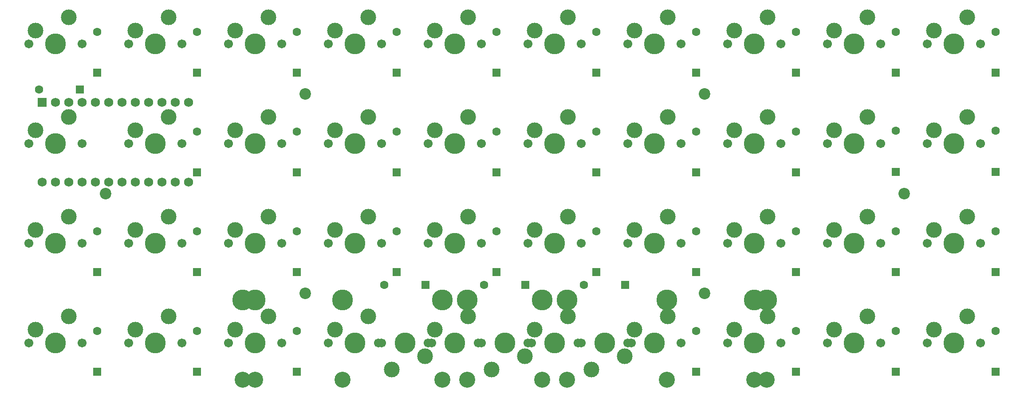
<source format=gts>
G04 #@! TF.GenerationSoftware,KiCad,Pcbnew,(5.1.12-1-10_14)*
G04 #@! TF.CreationDate,2022-04-14T21:34:18-06:00*
G04 #@! TF.ProjectId,banime40,62616e69-6d65-4343-902e-6b696361645f,rev?*
G04 #@! TF.SameCoordinates,Original*
G04 #@! TF.FileFunction,Soldermask,Top*
G04 #@! TF.FilePolarity,Negative*
%FSLAX46Y46*%
G04 Gerber Fmt 4.6, Leading zero omitted, Abs format (unit mm)*
G04 Created by KiCad (PCBNEW (5.1.12-1-10_14)) date 2022-04-14 21:34:18*
%MOMM*%
%LPD*%
G01*
G04 APERTURE LIST*
%ADD10C,1.752600*%
%ADD11R,1.752600X1.752600*%
%ADD12C,1.701800*%
%ADD13C,3.987800*%
%ADD14C,3.000000*%
%ADD15C,3.048000*%
%ADD16C,2.200000*%
%ADD17R,1.600000X1.600000*%
%ADD18C,1.600000*%
G04 APERTURE END LIST*
D10*
G04 #@! TO.C,U1*
X49830000Y-84370000D03*
X77770000Y-69130000D03*
X52370000Y-84370000D03*
X54910000Y-84370000D03*
X57450000Y-84370000D03*
X59990000Y-84370000D03*
X62530000Y-84370000D03*
X65070000Y-84370000D03*
X67610000Y-84370000D03*
X70150000Y-84370000D03*
X72690000Y-84370000D03*
X75230000Y-84370000D03*
X77770000Y-84370000D03*
X75230000Y-69130000D03*
X72690000Y-69130000D03*
X70150000Y-69130000D03*
X67610000Y-69130000D03*
X65070000Y-69130000D03*
X62530000Y-69130000D03*
X59990000Y-69130000D03*
X57450000Y-69130000D03*
X54910000Y-69130000D03*
X52370000Y-69130000D03*
D11*
X49830000Y-69130000D03*
G04 #@! TD*
D12*
G04 #@! TO.C,SW2*
X199707500Y-57943750D03*
X209867500Y-57943750D03*
D13*
X204787500Y-57943750D03*
D14*
X200977500Y-55403750D03*
X207327500Y-52863750D03*
G04 #@! TD*
D13*
G04 #@! TO.C,REF\u002A\u002A*
X88112500Y-106868750D03*
X188112500Y-106868750D03*
D15*
X88112500Y-122078750D03*
X188112500Y-122078750D03*
G04 #@! TD*
D13*
G04 #@! TO.C,REF\u002A\u002A*
X90487500Y-106868750D03*
X185737500Y-106868750D03*
D15*
X90487500Y-122078750D03*
X185737500Y-122078750D03*
G04 #@! TD*
D12*
G04 #@! TO.C,SW3*
X180657500Y-57943750D03*
X190817500Y-57943750D03*
D13*
X185737500Y-57943750D03*
D14*
X181927500Y-55403750D03*
X188277500Y-52863750D03*
G04 #@! TD*
D16*
G04 #@! TO.C,REF\u002A\u002A*
X100012500Y-67468750D03*
G04 #@! TD*
G04 #@! TO.C,REF\u002A\u002A*
X61912500Y-86518750D03*
G04 #@! TD*
G04 #@! TO.C,REF\u002A\u002A*
X100012500Y-105568750D03*
G04 #@! TD*
G04 #@! TO.C,REF\u002A\u002A*
X176212500Y-67468750D03*
G04 #@! TD*
G04 #@! TO.C,REF\u002A\u002A*
X176212500Y-105568750D03*
G04 #@! TD*
G04 #@! TO.C,REF\u002A\u002A*
X214312500Y-86518750D03*
G04 #@! TD*
D12*
G04 #@! TO.C,SW11*
X218757500Y-76993750D03*
X228917500Y-76993750D03*
D13*
X223837500Y-76993750D03*
D14*
X220027500Y-74453750D03*
X226377500Y-71913750D03*
G04 #@! TD*
D17*
G04 #@! TO.C,D40*
X60325000Y-120581250D03*
D18*
X60325000Y-112781250D03*
G04 #@! TD*
D17*
G04 #@! TO.C,D39*
X79375000Y-120581250D03*
D18*
X79375000Y-112781250D03*
G04 #@! TD*
D17*
G04 #@! TO.C,D38*
X98425000Y-120581250D03*
D18*
X98425000Y-112781250D03*
G04 #@! TD*
D17*
G04 #@! TO.C,D37*
X122962500Y-103981250D03*
D18*
X115162500Y-103981250D03*
G04 #@! TD*
D17*
G04 #@! TO.C,D36*
X142012500Y-103981250D03*
D18*
X134212500Y-103981250D03*
G04 #@! TD*
D17*
G04 #@! TO.C,D35*
X161062500Y-103981250D03*
D18*
X153262500Y-103981250D03*
G04 #@! TD*
D17*
G04 #@! TO.C,D34*
X174625000Y-120581250D03*
D18*
X174625000Y-112781250D03*
G04 #@! TD*
D17*
G04 #@! TO.C,D33*
X193675000Y-120581250D03*
D18*
X193675000Y-112781250D03*
G04 #@! TD*
D17*
G04 #@! TO.C,D32*
X212725000Y-120581250D03*
D18*
X212725000Y-112781250D03*
G04 #@! TD*
D17*
G04 #@! TO.C,D31*
X231775000Y-120581250D03*
D18*
X231775000Y-112781250D03*
G04 #@! TD*
D17*
G04 #@! TO.C,D30*
X60325000Y-101531250D03*
D18*
X60325000Y-93731250D03*
G04 #@! TD*
D17*
G04 #@! TO.C,D29*
X79375000Y-101531250D03*
D18*
X79375000Y-93731250D03*
G04 #@! TD*
D17*
G04 #@! TO.C,D28*
X98425000Y-101531250D03*
D18*
X98425000Y-93731250D03*
G04 #@! TD*
D17*
G04 #@! TO.C,D27*
X117475000Y-101531250D03*
D18*
X117475000Y-93731250D03*
G04 #@! TD*
D17*
G04 #@! TO.C,D26*
X136525000Y-101531250D03*
D18*
X136525000Y-93731250D03*
G04 #@! TD*
D17*
G04 #@! TO.C,D25*
X155575000Y-101531250D03*
D18*
X155575000Y-93731250D03*
G04 #@! TD*
D17*
G04 #@! TO.C,D24*
X174625000Y-101531250D03*
D18*
X174625000Y-93731250D03*
G04 #@! TD*
D17*
G04 #@! TO.C,D23*
X193675000Y-101531250D03*
D18*
X193675000Y-93731250D03*
G04 #@! TD*
D17*
G04 #@! TO.C,D22*
X212725000Y-101531250D03*
D18*
X212725000Y-93731250D03*
G04 #@! TD*
D17*
G04 #@! TO.C,D21*
X231775000Y-101531250D03*
D18*
X231775000Y-93731250D03*
G04 #@! TD*
D17*
G04 #@! TO.C,D20*
X57081250Y-66675000D03*
D18*
X49281250Y-66675000D03*
G04 #@! TD*
D17*
G04 #@! TO.C,D19*
X79375000Y-82481250D03*
D18*
X79375000Y-74681250D03*
G04 #@! TD*
D17*
G04 #@! TO.C,D18*
X98425000Y-82481250D03*
D18*
X98425000Y-74681250D03*
G04 #@! TD*
D17*
G04 #@! TO.C,D17*
X117475000Y-82481250D03*
D18*
X117475000Y-74681250D03*
G04 #@! TD*
D17*
G04 #@! TO.C,D16*
X136525000Y-82481250D03*
D18*
X136525000Y-74681250D03*
G04 #@! TD*
D17*
G04 #@! TO.C,D15*
X155575000Y-82481250D03*
D18*
X155575000Y-74681250D03*
G04 #@! TD*
D17*
G04 #@! TO.C,D14*
X174625000Y-82481250D03*
D18*
X174625000Y-74681250D03*
G04 #@! TD*
D17*
G04 #@! TO.C,D13*
X193675000Y-82481250D03*
D18*
X193675000Y-74681250D03*
G04 #@! TD*
D17*
G04 #@! TO.C,D12*
X212725000Y-82362500D03*
D18*
X212725000Y-74562500D03*
G04 #@! TD*
D17*
G04 #@! TO.C,D11*
X231775000Y-82362500D03*
D18*
X231775000Y-74562500D03*
G04 #@! TD*
D17*
G04 #@! TO.C,D10*
X60325000Y-63431250D03*
D18*
X60325000Y-55631250D03*
G04 #@! TD*
D17*
G04 #@! TO.C,D9*
X79375000Y-63431250D03*
D18*
X79375000Y-55631250D03*
G04 #@! TD*
D17*
G04 #@! TO.C,D8*
X98425000Y-63431250D03*
D18*
X98425000Y-55631250D03*
G04 #@! TD*
D17*
G04 #@! TO.C,D7*
X117475000Y-63431250D03*
D18*
X117475000Y-55631250D03*
G04 #@! TD*
D17*
G04 #@! TO.C,D6*
X136525000Y-63431250D03*
D18*
X136525000Y-55631250D03*
G04 #@! TD*
D17*
G04 #@! TO.C,D5*
X155575000Y-63431250D03*
D18*
X155575000Y-55631250D03*
G04 #@! TD*
D17*
G04 #@! TO.C,D4*
X174625000Y-63431250D03*
D18*
X174625000Y-55631250D03*
G04 #@! TD*
D17*
G04 #@! TO.C,D3*
X193675000Y-63431250D03*
D18*
X193675000Y-55631250D03*
G04 #@! TD*
D17*
G04 #@! TO.C,D2*
X212725000Y-63431250D03*
D18*
X212725000Y-55631250D03*
G04 #@! TD*
D17*
G04 #@! TO.C,D1*
X231775000Y-63431250D03*
D18*
X231775000Y-55631250D03*
G04 #@! TD*
D15*
G04 #@! TO.C,REF\u002A\u002A*
X169062500Y-122078750D03*
X145262500Y-122078750D03*
D13*
X169062500Y-106838750D03*
X145262500Y-106838750D03*
G04 #@! TD*
D15*
G04 #@! TO.C,REF\u002A\u002A*
X130962500Y-122078750D03*
X107162500Y-122078750D03*
D13*
X130962500Y-106838750D03*
X107162500Y-106838750D03*
G04 #@! TD*
D15*
G04 #@! TO.C,REF\u002A\u002A*
X126212500Y-122078750D03*
X150012500Y-122078750D03*
D13*
X126212500Y-106838750D03*
X150012500Y-106838750D03*
G04 #@! TD*
D12*
G04 #@! TO.C,SW43*
X143192500Y-115093750D03*
X133032500Y-115093750D03*
D13*
X138112500Y-115093750D03*
D14*
X141922500Y-117633750D03*
X135572500Y-120173750D03*
G04 #@! TD*
D12*
G04 #@! TO.C,SW42*
X124142500Y-115093750D03*
X113982500Y-115093750D03*
D13*
X119062500Y-115093750D03*
D14*
X122872500Y-117633750D03*
X116522500Y-120173750D03*
G04 #@! TD*
D12*
G04 #@! TO.C,SW41*
X162242500Y-115093750D03*
X152082500Y-115093750D03*
D13*
X157162500Y-115093750D03*
D14*
X160972500Y-117633750D03*
X154622500Y-120173750D03*
G04 #@! TD*
D12*
G04 #@! TO.C,SW40*
X47307500Y-115093750D03*
X57467500Y-115093750D03*
D13*
X52387500Y-115093750D03*
D14*
X48577500Y-112553750D03*
X54927500Y-110013750D03*
G04 #@! TD*
D12*
G04 #@! TO.C,SW39*
X66357500Y-115093750D03*
X76517500Y-115093750D03*
D13*
X71437500Y-115093750D03*
D14*
X67627500Y-112553750D03*
X73977500Y-110013750D03*
G04 #@! TD*
D12*
G04 #@! TO.C,SW38*
X85407500Y-115093750D03*
X95567500Y-115093750D03*
D13*
X90487500Y-115093750D03*
D14*
X86677500Y-112553750D03*
X93027500Y-110013750D03*
G04 #@! TD*
D12*
G04 #@! TO.C,SW37*
X104457500Y-115093750D03*
X114617500Y-115093750D03*
D13*
X109537500Y-115093750D03*
D14*
X105727500Y-112553750D03*
X112077500Y-110013750D03*
G04 #@! TD*
D12*
G04 #@! TO.C,SW36*
X123507500Y-115093750D03*
X133667500Y-115093750D03*
D13*
X128587500Y-115093750D03*
D14*
X124777500Y-112553750D03*
X131127500Y-110013750D03*
G04 #@! TD*
D12*
G04 #@! TO.C,SW35*
X142557500Y-115093750D03*
X152717500Y-115093750D03*
D13*
X147637500Y-115093750D03*
D14*
X143827500Y-112553750D03*
X150177500Y-110013750D03*
G04 #@! TD*
D12*
G04 #@! TO.C,SW34*
X161607500Y-115093750D03*
X171767500Y-115093750D03*
D13*
X166687500Y-115093750D03*
D14*
X162877500Y-112553750D03*
X169227500Y-110013750D03*
G04 #@! TD*
D12*
G04 #@! TO.C,SW33*
X180657500Y-115093750D03*
X190817500Y-115093750D03*
D13*
X185737500Y-115093750D03*
D14*
X181927500Y-112553750D03*
X188277500Y-110013750D03*
G04 #@! TD*
D12*
G04 #@! TO.C,SW32*
X199707500Y-115093750D03*
X209867500Y-115093750D03*
D13*
X204787500Y-115093750D03*
D14*
X200977500Y-112553750D03*
X207327500Y-110013750D03*
G04 #@! TD*
D12*
G04 #@! TO.C,SW31*
X218757500Y-115093750D03*
X228917500Y-115093750D03*
D13*
X223837500Y-115093750D03*
D14*
X220027500Y-112553750D03*
X226377500Y-110013750D03*
G04 #@! TD*
D12*
G04 #@! TO.C,SW30*
X47307500Y-96043750D03*
X57467500Y-96043750D03*
D13*
X52387500Y-96043750D03*
D14*
X48577500Y-93503750D03*
X54927500Y-90963750D03*
G04 #@! TD*
D12*
G04 #@! TO.C,SW29*
X66357500Y-96043750D03*
X76517500Y-96043750D03*
D13*
X71437500Y-96043750D03*
D14*
X67627500Y-93503750D03*
X73977500Y-90963750D03*
G04 #@! TD*
D12*
G04 #@! TO.C,SW28*
X85407500Y-96043750D03*
X95567500Y-96043750D03*
D13*
X90487500Y-96043750D03*
D14*
X86677500Y-93503750D03*
X93027500Y-90963750D03*
G04 #@! TD*
D12*
G04 #@! TO.C,SW27*
X104457500Y-96043750D03*
X114617500Y-96043750D03*
D13*
X109537500Y-96043750D03*
D14*
X105727500Y-93503750D03*
X112077500Y-90963750D03*
G04 #@! TD*
D12*
G04 #@! TO.C,SW26*
X123507500Y-96043750D03*
X133667500Y-96043750D03*
D13*
X128587500Y-96043750D03*
D14*
X124777500Y-93503750D03*
X131127500Y-90963750D03*
G04 #@! TD*
D12*
G04 #@! TO.C,SW25*
X142557500Y-96043750D03*
X152717500Y-96043750D03*
D13*
X147637500Y-96043750D03*
D14*
X143827500Y-93503750D03*
X150177500Y-90963750D03*
G04 #@! TD*
D12*
G04 #@! TO.C,SW24*
X161607500Y-96043750D03*
X171767500Y-96043750D03*
D13*
X166687500Y-96043750D03*
D14*
X162877500Y-93503750D03*
X169227500Y-90963750D03*
G04 #@! TD*
D12*
G04 #@! TO.C,SW23*
X180657500Y-96043750D03*
X190817500Y-96043750D03*
D13*
X185737500Y-96043750D03*
D14*
X181927500Y-93503750D03*
X188277500Y-90963750D03*
G04 #@! TD*
D12*
G04 #@! TO.C,SW22*
X199707500Y-96043750D03*
X209867500Y-96043750D03*
D13*
X204787500Y-96043750D03*
D14*
X200977500Y-93503750D03*
X207327500Y-90963750D03*
G04 #@! TD*
D12*
G04 #@! TO.C,SW21*
X218757500Y-96043750D03*
X228917500Y-96043750D03*
D13*
X223837500Y-96043750D03*
D14*
X220027500Y-93503750D03*
X226377500Y-90963750D03*
G04 #@! TD*
D12*
G04 #@! TO.C,SW20*
X47307500Y-76993750D03*
X57467500Y-76993750D03*
D13*
X52387500Y-76993750D03*
D14*
X48577500Y-74453750D03*
X54927500Y-71913750D03*
G04 #@! TD*
D12*
G04 #@! TO.C,SW19*
X66357500Y-76993750D03*
X76517500Y-76993750D03*
D13*
X71437500Y-76993750D03*
D14*
X67627500Y-74453750D03*
X73977500Y-71913750D03*
G04 #@! TD*
D12*
G04 #@! TO.C,SW18*
X85407500Y-76993750D03*
X95567500Y-76993750D03*
D13*
X90487500Y-76993750D03*
D14*
X86677500Y-74453750D03*
X93027500Y-71913750D03*
G04 #@! TD*
D12*
G04 #@! TO.C,SW17*
X104457500Y-76993750D03*
X114617500Y-76993750D03*
D13*
X109537500Y-76993750D03*
D14*
X105727500Y-74453750D03*
X112077500Y-71913750D03*
G04 #@! TD*
D12*
G04 #@! TO.C,SW16*
X123507500Y-76993750D03*
X133667500Y-76993750D03*
D13*
X128587500Y-76993750D03*
D14*
X124777500Y-74453750D03*
X131127500Y-71913750D03*
G04 #@! TD*
D12*
G04 #@! TO.C,SW15*
X142557500Y-76993750D03*
X152717500Y-76993750D03*
D13*
X147637500Y-76993750D03*
D14*
X143827500Y-74453750D03*
X150177500Y-71913750D03*
G04 #@! TD*
D12*
G04 #@! TO.C,SW14*
X161607500Y-76993750D03*
X171767500Y-76993750D03*
D13*
X166687500Y-76993750D03*
D14*
X162877500Y-74453750D03*
X169227500Y-71913750D03*
G04 #@! TD*
D12*
G04 #@! TO.C,SW13*
X180657500Y-76993750D03*
X190817500Y-76993750D03*
D13*
X185737500Y-76993750D03*
D14*
X181927500Y-74453750D03*
X188277500Y-71913750D03*
G04 #@! TD*
D12*
G04 #@! TO.C,SW12*
X199707500Y-76993750D03*
X209867500Y-76993750D03*
D13*
X204787500Y-76993750D03*
D14*
X200977500Y-74453750D03*
X207327500Y-71913750D03*
G04 #@! TD*
D12*
G04 #@! TO.C,SW10*
X47307500Y-57943750D03*
X57467500Y-57943750D03*
D13*
X52387500Y-57943750D03*
D14*
X48577500Y-55403750D03*
X54927500Y-52863750D03*
G04 #@! TD*
D12*
G04 #@! TO.C,SW9*
X66357500Y-57943750D03*
X76517500Y-57943750D03*
D13*
X71437500Y-57943750D03*
D14*
X67627500Y-55403750D03*
X73977500Y-52863750D03*
G04 #@! TD*
D12*
G04 #@! TO.C,SW8*
X85407500Y-57943750D03*
X95567500Y-57943750D03*
D13*
X90487500Y-57943750D03*
D14*
X86677500Y-55403750D03*
X93027500Y-52863750D03*
G04 #@! TD*
D12*
G04 #@! TO.C,SW7*
X104457500Y-57943750D03*
X114617500Y-57943750D03*
D13*
X109537500Y-57943750D03*
D14*
X105727500Y-55403750D03*
X112077500Y-52863750D03*
G04 #@! TD*
D12*
G04 #@! TO.C,SW6*
X123507500Y-57943750D03*
X133667500Y-57943750D03*
D13*
X128587500Y-57943750D03*
D14*
X124777500Y-55403750D03*
X131127500Y-52863750D03*
G04 #@! TD*
D12*
G04 #@! TO.C,SW5*
X142557500Y-57943750D03*
X152717500Y-57943750D03*
D13*
X147637500Y-57943750D03*
D14*
X143827500Y-55403750D03*
X150177500Y-52863750D03*
G04 #@! TD*
D12*
G04 #@! TO.C,SW4*
X161607500Y-57943750D03*
X171767500Y-57943750D03*
D13*
X166687500Y-57943750D03*
D14*
X162877500Y-55403750D03*
X169227500Y-52863750D03*
G04 #@! TD*
D12*
G04 #@! TO.C,SW1*
X218757500Y-57943750D03*
X228917500Y-57943750D03*
D13*
X223837500Y-57943750D03*
D14*
X220027500Y-55403750D03*
X226377500Y-52863750D03*
G04 #@! TD*
M02*

</source>
